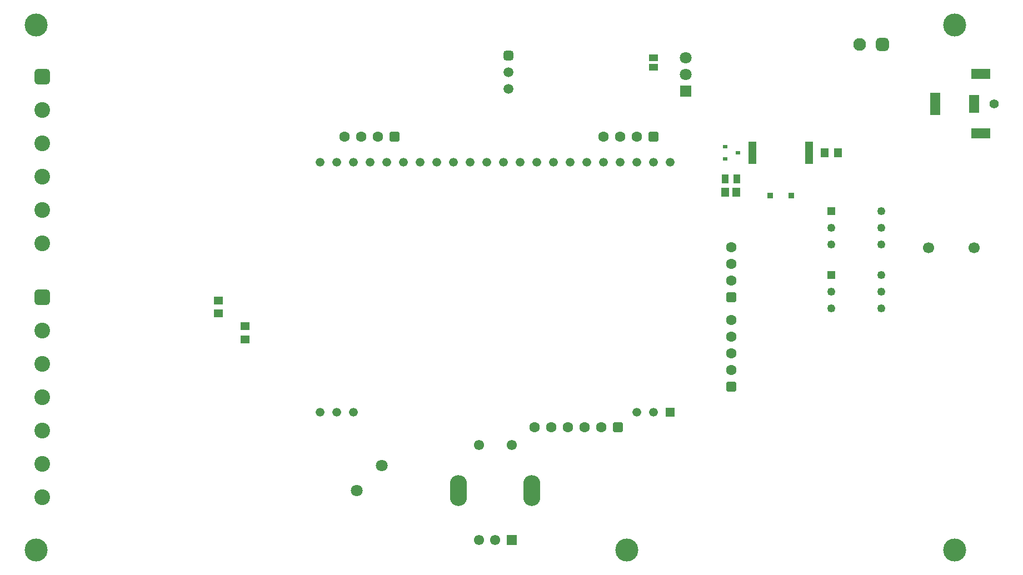
<source format=gbr>
%TF.GenerationSoftware,Altium Limited,Altium Designer,22.5.1 (42)*%
G04 Layer_Color=255*
%FSLAX43Y43*%
%MOMM*%
%TF.SameCoordinates,16143D8C-65FE-44CA-9B93-5BB87F4A9255*%
%TF.FilePolarity,Positive*%
%TF.FileFunction,Pads,Bot*%
%TF.Part,Single*%
G01*
G75*
%TA.AperFunction,SMDPad,CuDef*%
%ADD10R,1.450X1.200*%
%ADD18R,1.356X1.055*%
%ADD21R,1.150X1.450*%
%ADD22R,1.200X1.450*%
%ADD23R,0.700X0.600*%
%ADD37R,1.000X1.350*%
%TA.AperFunction,ComponentPad*%
G04:AMPARAMS|DCode=54|XSize=2.6mm|YSize=4.7mm|CornerRadius=1.3mm|HoleSize=0mm|Usage=FLASHONLY|Rotation=180.000|XOffset=0mm|YOffset=0mm|HoleType=Round|Shape=RoundedRectangle|*
%AMROUNDEDRECTD54*
21,1,2.600,2.100,0,0,180.0*
21,1,0.000,4.700,0,0,180.0*
1,1,2.600,0.000,1.050*
1,1,2.600,0.000,1.050*
1,1,2.600,0.000,-1.050*
1,1,2.600,0.000,-1.050*
%
%ADD54ROUNDEDRECTD54*%
%ADD55C,1.550*%
%ADD56R,1.550X1.550*%
%ADD57C,1.337*%
%ADD58R,1.337X1.337*%
%ADD59R,1.250X1.250*%
%ADD60C,1.250*%
%ADD61C,1.700*%
%ADD62R,3.000X1.500*%
%ADD63C,1.400*%
%ADD64R,1.500X3.500*%
%ADD65R,1.500X2.800*%
%ADD66C,2.400*%
G04:AMPARAMS|DCode=67|XSize=2.4mm|YSize=2.4mm|CornerRadius=0.6mm|HoleSize=0mm|Usage=FLASHONLY|Rotation=270.000|XOffset=0mm|YOffset=0mm|HoleType=Round|Shape=RoundedRectangle|*
%AMROUNDEDRECTD67*
21,1,2.400,1.200,0,0,270.0*
21,1,1.200,2.400,0,0,270.0*
1,1,1.200,-0.600,-0.600*
1,1,1.200,-0.600,0.600*
1,1,1.200,0.600,0.600*
1,1,1.200,0.600,-0.600*
%
%ADD67ROUNDEDRECTD67*%
%ADD68C,1.600*%
G04:AMPARAMS|DCode=69|XSize=1.6mm|YSize=1.6mm|CornerRadius=0.4mm|HoleSize=0mm|Usage=FLASHONLY|Rotation=180.000|XOffset=0mm|YOffset=0mm|HoleType=Round|Shape=RoundedRectangle|*
%AMROUNDEDRECTD69*
21,1,1.600,0.800,0,0,180.0*
21,1,0.800,1.600,0,0,180.0*
1,1,0.800,-0.400,0.400*
1,1,0.800,0.400,0.400*
1,1,0.800,0.400,-0.400*
1,1,0.800,-0.400,-0.400*
%
%ADD69ROUNDEDRECTD69*%
G04:AMPARAMS|DCode=70|XSize=1.5mm|YSize=1.5mm|CornerRadius=0.375mm|HoleSize=0mm|Usage=FLASHONLY|Rotation=270.000|XOffset=0mm|YOffset=0mm|HoleType=Round|Shape=RoundedRectangle|*
%AMROUNDEDRECTD70*
21,1,1.500,0.750,0,0,270.0*
21,1,0.750,1.500,0,0,270.0*
1,1,0.750,-0.375,-0.375*
1,1,0.750,-0.375,0.375*
1,1,0.750,0.375,0.375*
1,1,0.750,0.375,-0.375*
%
%ADD70ROUNDEDRECTD70*%
%ADD71C,1.500*%
%TA.AperFunction,ViaPad*%
%ADD72C,3.500*%
%TA.AperFunction,ComponentPad*%
%ADD73C,1.800*%
%ADD74R,1.800X1.800*%
%ADD75C,1.950*%
G04:AMPARAMS|DCode=76|XSize=1.95mm|YSize=1.95mm|CornerRadius=0.488mm|HoleSize=0mm|Usage=FLASHONLY|Rotation=180.000|XOffset=0mm|YOffset=0mm|HoleType=Round|Shape=RoundedRectangle|*
%AMROUNDEDRECTD76*
21,1,1.950,0.975,0,0,180.0*
21,1,0.975,1.950,0,0,180.0*
1,1,0.975,-0.488,0.488*
1,1,0.975,0.488,0.488*
1,1,0.975,0.488,-0.488*
1,1,0.975,-0.488,-0.488*
%
%ADD76ROUNDEDRECTD76*%
G04:AMPARAMS|DCode=77|XSize=1.6mm|YSize=1.6mm|CornerRadius=0.4mm|HoleSize=0mm|Usage=FLASHONLY|Rotation=90.000|XOffset=0mm|YOffset=0mm|HoleType=Round|Shape=RoundedRectangle|*
%AMROUNDEDRECTD77*
21,1,1.600,0.800,0,0,90.0*
21,1,0.800,1.600,0,0,90.0*
1,1,0.800,0.400,0.400*
1,1,0.800,0.400,-0.400*
1,1,0.800,-0.400,-0.400*
1,1,0.800,-0.400,0.400*
%
%ADD77ROUNDEDRECTD77*%
%TA.AperFunction,SMDPad,CuDef*%
%ADD80R,1.300X3.400*%
%ADD81R,0.900X0.950*%
D10*
X32800Y41000D02*
D03*
Y43000D02*
D03*
X36902Y37100D02*
D03*
Y39100D02*
D03*
D18*
X99130Y78548D02*
D03*
Y80000D02*
D03*
D21*
X110000Y59500D02*
D03*
X111750D02*
D03*
D22*
X125190Y65500D02*
D03*
X127190D02*
D03*
D23*
X112000D02*
D03*
X110000Y66450D02*
D03*
Y64550D02*
D03*
D37*
X110000Y61500D02*
D03*
X111800D02*
D03*
D54*
X69400Y14000D02*
D03*
X80600D02*
D03*
D55*
X72500Y6500D02*
D03*
X75000D02*
D03*
X72500Y21000D02*
D03*
X77500D02*
D03*
D56*
Y6500D02*
D03*
D57*
X48330Y25950D02*
D03*
X53410D02*
D03*
X50870D02*
D03*
X61030Y64050D02*
D03*
X71190D02*
D03*
X68650D02*
D03*
X66110D02*
D03*
X63570D02*
D03*
X58490D02*
D03*
X55950D02*
D03*
X53410D02*
D03*
X50870D02*
D03*
X48330D02*
D03*
X99130Y25950D02*
D03*
X96590D02*
D03*
X73730Y64050D02*
D03*
X101670D02*
D03*
X88970D02*
D03*
X83890D02*
D03*
X81350D02*
D03*
X78810D02*
D03*
X76270D02*
D03*
X91510D02*
D03*
X94050D02*
D03*
X96590D02*
D03*
X86430D02*
D03*
X99130D02*
D03*
D58*
X101670Y25950D02*
D03*
D59*
X126190Y56640D02*
D03*
Y46840D02*
D03*
D60*
Y54100D02*
D03*
Y51560D02*
D03*
X133810D02*
D03*
Y54100D02*
D03*
Y56640D02*
D03*
X126190Y44300D02*
D03*
Y41760D02*
D03*
X133810D02*
D03*
Y44300D02*
D03*
Y46840D02*
D03*
D61*
X148000Y51000D02*
D03*
X141000D02*
D03*
D62*
X149000Y68500D02*
D03*
Y77500D02*
D03*
D63*
X151000Y73000D02*
D03*
D64*
X142000D02*
D03*
D65*
X148000D02*
D03*
D66*
X6000Y13000D02*
D03*
Y18080D02*
D03*
Y28240D02*
D03*
Y38400D02*
D03*
Y33320D02*
D03*
Y23160D02*
D03*
X6000Y51700D02*
D03*
Y56780D02*
D03*
Y66940D02*
D03*
Y72020D02*
D03*
Y61860D02*
D03*
D67*
X6000Y43480D02*
D03*
X6000Y77100D02*
D03*
D68*
X57080Y68000D02*
D03*
X54540D02*
D03*
X52000D02*
D03*
X96590D02*
D03*
X94050D02*
D03*
X91510D02*
D03*
X81000Y23700D02*
D03*
X83540D02*
D03*
X88620D02*
D03*
X91160D02*
D03*
X86080D02*
D03*
X111000Y34920D02*
D03*
Y32380D02*
D03*
Y37460D02*
D03*
Y40000D02*
D03*
Y51120D02*
D03*
Y48580D02*
D03*
Y46040D02*
D03*
D69*
X59620Y68000D02*
D03*
X99130D02*
D03*
X93700Y23700D02*
D03*
D70*
X77000Y80300D02*
D03*
D71*
Y77760D02*
D03*
Y75220D02*
D03*
D72*
X95000Y5000D02*
D03*
X5000Y85000D02*
D03*
X145000D02*
D03*
X5000Y5000D02*
D03*
X145000D02*
D03*
D73*
X53900Y14000D02*
D03*
X57710Y17810D02*
D03*
X104000Y77460D02*
D03*
Y80000D02*
D03*
D74*
Y74920D02*
D03*
D75*
X130500Y82000D02*
D03*
D76*
X134000D02*
D03*
D77*
X111000Y29840D02*
D03*
Y43500D02*
D03*
D80*
X122850Y65500D02*
D03*
X114150D02*
D03*
D81*
X120075Y59000D02*
D03*
X116925D02*
D03*
%TF.MD5,ce689abfd6762716db162117654b2ae9*%
M02*

</source>
